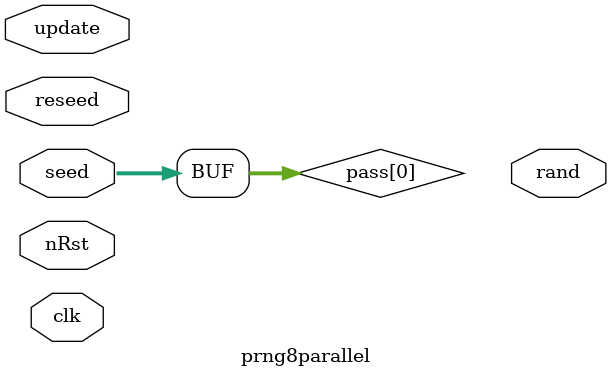
<source format=v>
module prng8parallel(
	input	                        clk,
	input	                        nRst,
   input                         update,
   input                         reseed,
   input          [WIDTH-1:0]    seed,
   output         [WIDTH-1:0]    rand
);
   
   parameter WIDTH = 8;

   wire  [WIDTH-1:0] pass  [WIDTH:0];

   assign pass[0] = seed;

   genvar i;
   generate
      for(i=0;i<WIDTH;i=i+1) begin:prng8
         prng8 prng8(
            .clk     (clk        ),
            .nRst    (nRst       ),
            .update  (update     ),
            .reseed  (reseed     ),
            .seed    (pass[i]    ),
            .rand    (pass[i+1]  )
         );
      end
   endgenerate
endmodule

</source>
